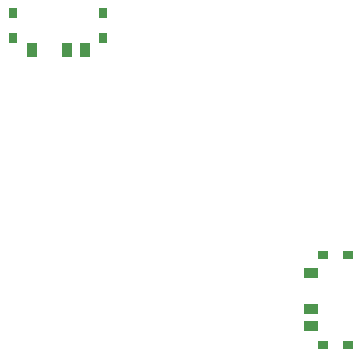
<source format=gbr>
%TF.GenerationSoftware,KiCad,Pcbnew,7.0.10*%
%TF.CreationDate,2025-08-26T16:00:25+02:00*%
%TF.ProjectId,BQ2xxxx,42513278-7878-4782-9e6b-696361645f70,rev?*%
%TF.SameCoordinates,Original*%
%TF.FileFunction,Paste,Bot*%
%TF.FilePolarity,Positive*%
%FSLAX46Y46*%
G04 Gerber Fmt 4.6, Leading zero omitted, Abs format (unit mm)*
G04 Created by KiCad (PCBNEW 7.0.10) date 2025-08-26 16:00:25*
%MOMM*%
%LPD*%
G01*
G04 APERTURE LIST*
%ADD10R,1.250000X0.900000*%
%ADD11R,0.900000X0.800000*%
%ADD12R,0.900000X1.250000*%
%ADD13R,0.800000X0.900000*%
G04 APERTURE END LIST*
D10*
%TO.C,J8*%
X105525000Y-43450000D03*
X105525000Y-46450000D03*
X105525000Y-47950000D03*
D11*
X106550000Y-41900000D03*
X108650000Y-41900000D03*
X108650000Y-49500000D03*
X106550000Y-49500000D03*
%TD*%
D12*
%TO.C,J3*%
X81850000Y-24575000D03*
X84850000Y-24575000D03*
X86350000Y-24575000D03*
D13*
X80300000Y-23550000D03*
X80300000Y-21450000D03*
X87900000Y-21450000D03*
X87900000Y-23550000D03*
%TD*%
M02*

</source>
